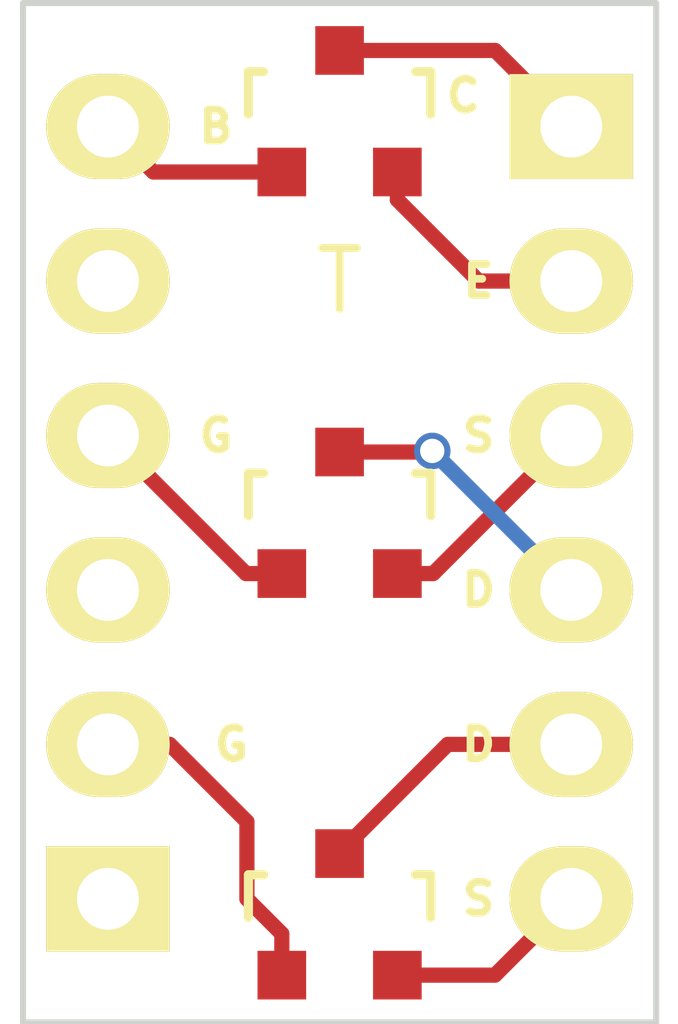
<source format=kicad_pcb>
(kicad_pcb (version 4) (host pcbnew 0.201505300414+5690~23~ubuntu14.04.1-product)

  (general
    (links 9)
    (no_connects 0)
    (area 136.474999 100.787999 146.989001 117.652001)
    (thickness 1.6)
    (drawings 14)
    (tracks 25)
    (zones 0)
    (modules 5)
    (nets 10)
  )

  (page A4)
  (layers
    (0 F.Cu signal)
    (31 B.Cu signal)
    (32 B.Adhes user)
    (33 F.Adhes user)
    (34 B.Paste user)
    (35 F.Paste user)
    (36 B.SilkS user)
    (37 F.SilkS user)
    (38 B.Mask user)
    (39 F.Mask user)
    (40 Dwgs.User user)
    (41 Cmts.User user)
    (42 Eco1.User user)
    (43 Eco2.User user)
    (44 Edge.Cuts user)
    (45 Margin user)
    (46 B.CrtYd user)
    (47 F.CrtYd user)
    (48 B.Fab user)
    (49 F.Fab user)
  )

  (setup
    (last_trace_width 0.25)
    (trace_clearance 0.2)
    (zone_clearance 0.508)
    (zone_45_only no)
    (trace_min 0.2)
    (segment_width 0.2)
    (edge_width 0.1)
    (via_size 0.6)
    (via_drill 0.4)
    (via_min_size 0.4)
    (via_min_drill 0.3)
    (uvia_size 0.3)
    (uvia_drill 0.1)
    (uvias_allowed no)
    (uvia_min_size 0.2)
    (uvia_min_drill 0.1)
    (pcb_text_width 0.3)
    (pcb_text_size 1.5 1.5)
    (mod_edge_width 0.15)
    (mod_text_size 1 1)
    (mod_text_width 0.15)
    (pad_size 1.5 1.5)
    (pad_drill 0.6)
    (pad_to_mask_clearance 0)
    (aux_axis_origin 0 0)
    (visible_elements FFFFFF7F)
    (pcbplotparams
      (layerselection 0x010f0_80000001)
      (usegerberextensions false)
      (excludeedgelayer true)
      (linewidth 0.100000)
      (plotframeref false)
      (viasonmask false)
      (mode 1)
      (useauxorigin false)
      (hpglpennumber 1)
      (hpglpenspeed 20)
      (hpglpendiameter 15)
      (hpglpenoverlay 2)
      (psnegative false)
      (psa4output false)
      (plotreference true)
      (plotvalue true)
      (plotinvisibletext false)
      (padsonsilk false)
      (subtractmaskfromsilk false)
      (outputformat 1)
      (mirror false)
      (drillshape 0)
      (scaleselection 1)
      (outputdirectory gerber/))
  )

  (net 0 "")
  (net 1 "Net-(P1-Pad2)")
  (net 2 "Net-(P2-Pad1)")
  (net 3 "Net-(P2-Pad2)")
  (net 4 "Net-(P1-Pad4)")
  (net 5 "Net-(P1-Pad6)")
  (net 6 "Net-(P2-Pad3)")
  (net 7 "Net-(P2-Pad4)")
  (net 8 "Net-(P2-Pad5)")
  (net 9 "Net-(P2-Pad6)")

  (net_class Default "This is the default net class."
    (clearance 0.2)
    (trace_width 0.25)
    (via_dia 0.6)
    (via_drill 0.4)
    (uvia_dia 0.3)
    (uvia_drill 0.1)
    (add_net "Net-(P1-Pad2)")
    (add_net "Net-(P1-Pad4)")
    (add_net "Net-(P1-Pad6)")
    (add_net "Net-(P2-Pad1)")
    (add_net "Net-(P2-Pad2)")
    (add_net "Net-(P2-Pad3)")
    (add_net "Net-(P2-Pad4)")
    (add_net "Net-(P2-Pad5)")
    (add_net "Net-(P2-Pad6)")
  )

  (module Housings_SOT-23_SOT-143_TSOT-6:SOT-23 (layer F.Cu) (tedit 558B512D) (tstamp 558B4F2A)
    (at 141.732 102.616)
    (descr "SOT-23, Standard")
    (tags SOT-23)
    (path /558F87DC)
    (attr smd)
    (fp_text reference Q1 (at 0 -2.25) (layer F.SilkS) hide
      (effects (font (size 1 1) (thickness 0.15)))
    )
    (fp_text value Q_NPN_BEC (at 0 2.3) (layer F.Fab) hide
      (effects (font (size 1 1) (thickness 0.15)))
    )
    (fp_line (start -1.65 -1.6) (end 1.65 -1.6) (layer F.CrtYd) (width 0.05))
    (fp_line (start 1.65 -1.6) (end 1.65 1.6) (layer F.CrtYd) (width 0.05))
    (fp_line (start 1.65 1.6) (end -1.65 1.6) (layer F.CrtYd) (width 0.05))
    (fp_line (start -1.65 1.6) (end -1.65 -1.6) (layer F.CrtYd) (width 0.05))
    (fp_line (start 1.29916 -0.65024) (end 1.2509 -0.65024) (layer F.SilkS) (width 0.15))
    (fp_line (start -1.49982 0.0508) (end -1.49982 -0.65024) (layer F.SilkS) (width 0.15))
    (fp_line (start -1.49982 -0.65024) (end -1.2509 -0.65024) (layer F.SilkS) (width 0.15))
    (fp_line (start 1.29916 -0.65024) (end 1.49982 -0.65024) (layer F.SilkS) (width 0.15))
    (fp_line (start 1.49982 -0.65024) (end 1.49982 0.0508) (layer F.SilkS) (width 0.15))
    (pad 1 smd rect (at -0.95 1.00076) (size 0.8001 0.8001) (layers F.Cu F.Paste F.Mask)
      (net 5 "Net-(P1-Pad6)"))
    (pad 2 smd rect (at 0.95 1.00076) (size 0.8001 0.8001) (layers F.Cu F.Paste F.Mask)
      (net 3 "Net-(P2-Pad2)"))
    (pad 3 smd rect (at 0 -0.99822) (size 0.8001 0.8001) (layers F.Cu F.Paste F.Mask)
      (net 2 "Net-(P2-Pad1)"))
    (model Housings_SOT-23_SOT-143_TSOT-6.3dshapes/SOT-23.wrl
      (at (xyz 0 0 0))
      (scale (xyz 1 1 1))
      (rotate (xyz 0 0 0))
    )
  )

  (module Housings_SOT-23_SOT-143_TSOT-6:SOT-23 (layer F.Cu) (tedit 558F8A5A) (tstamp 558F89B0)
    (at 141.732 109.22)
    (descr "SOT-23, Standard")
    (tags SOT-23)
    (path /558F87A1)
    (attr smd)
    (fp_text reference Q2 (at 0 -2.25) (layer F.SilkS) hide
      (effects (font (size 1 1) (thickness 0.15)))
    )
    (fp_text value P (at 0 2.3) (layer F.Fab)
      (effects (font (size 1 1) (thickness 0.15)))
    )
    (fp_line (start -1.65 -1.6) (end 1.65 -1.6) (layer F.CrtYd) (width 0.05))
    (fp_line (start 1.65 -1.6) (end 1.65 1.6) (layer F.CrtYd) (width 0.05))
    (fp_line (start 1.65 1.6) (end -1.65 1.6) (layer F.CrtYd) (width 0.05))
    (fp_line (start -1.65 1.6) (end -1.65 -1.6) (layer F.CrtYd) (width 0.05))
    (fp_line (start 1.29916 -0.65024) (end 1.2509 -0.65024) (layer F.SilkS) (width 0.15))
    (fp_line (start -1.49982 0.0508) (end -1.49982 -0.65024) (layer F.SilkS) (width 0.15))
    (fp_line (start -1.49982 -0.65024) (end -1.2509 -0.65024) (layer F.SilkS) (width 0.15))
    (fp_line (start 1.29916 -0.65024) (end 1.49982 -0.65024) (layer F.SilkS) (width 0.15))
    (fp_line (start 1.49982 -0.65024) (end 1.49982 0.0508) (layer F.SilkS) (width 0.15))
    (pad 1 smd rect (at -0.95 1.00076) (size 0.8001 0.8001) (layers F.Cu F.Paste F.Mask)
      (net 4 "Net-(P1-Pad4)"))
    (pad 2 smd rect (at 0.95 1.00076) (size 0.8001 0.8001) (layers F.Cu F.Paste F.Mask)
      (net 6 "Net-(P2-Pad3)"))
    (pad 3 smd rect (at 0 -0.99822) (size 0.8001 0.8001) (layers F.Cu F.Paste F.Mask)
      (net 7 "Net-(P2-Pad4)"))
    (model Housings_SOT-23_SOT-143_TSOT-6.3dshapes/SOT-23.wrl
      (at (xyz 0 0 0))
      (scale (xyz 1 1 1))
      (rotate (xyz 0 0 0))
    )
  )

  (module Housings_SOT-23_SOT-143_TSOT-6:SOT-23 (layer F.Cu) (tedit 558F8A4F) (tstamp 558F89C0)
    (at 141.732 115.824)
    (descr "SOT-23, Standard")
    (tags SOT-23)
    (path /558F876E)
    (attr smd)
    (fp_text reference Q3 (at 0 -2.25) (layer F.SilkS) hide
      (effects (font (size 1 1) (thickness 0.15)))
    )
    (fp_text value N (at 0 -2.286) (layer F.Fab)
      (effects (font (size 1 1) (thickness 0.15)))
    )
    (fp_line (start -1.65 -1.6) (end 1.65 -1.6) (layer F.CrtYd) (width 0.05))
    (fp_line (start 1.65 -1.6) (end 1.65 1.6) (layer F.CrtYd) (width 0.05))
    (fp_line (start 1.65 1.6) (end -1.65 1.6) (layer F.CrtYd) (width 0.05))
    (fp_line (start -1.65 1.6) (end -1.65 -1.6) (layer F.CrtYd) (width 0.05))
    (fp_line (start 1.29916 -0.65024) (end 1.2509 -0.65024) (layer F.SilkS) (width 0.15))
    (fp_line (start -1.49982 0.0508) (end -1.49982 -0.65024) (layer F.SilkS) (width 0.15))
    (fp_line (start -1.49982 -0.65024) (end -1.2509 -0.65024) (layer F.SilkS) (width 0.15))
    (fp_line (start 1.29916 -0.65024) (end 1.49982 -0.65024) (layer F.SilkS) (width 0.15))
    (fp_line (start 1.49982 -0.65024) (end 1.49982 0.0508) (layer F.SilkS) (width 0.15))
    (pad 1 smd rect (at -0.95 1.00076) (size 0.8001 0.8001) (layers F.Cu F.Paste F.Mask)
      (net 1 "Net-(P1-Pad2)"))
    (pad 2 smd rect (at 0.95 1.00076) (size 0.8001 0.8001) (layers F.Cu F.Paste F.Mask)
      (net 9 "Net-(P2-Pad6)"))
    (pad 3 smd rect (at 0 -0.99822) (size 0.8001 0.8001) (layers F.Cu F.Paste F.Mask)
      (net 8 "Net-(P2-Pad5)"))
    (model Housings_SOT-23_SOT-143_TSOT-6.3dshapes/SOT-23.wrl
      (at (xyz 0 0 0))
      (scale (xyz 1 1 1))
      (rotate (xyz 0 0 0))
    )
  )

  (module esc:Pin_Header_Straight_1x06_no_outline (layer F.Cu) (tedit 558F8BCE) (tstamp 558F8979)
    (at 137.922 115.57 180)
    (descr "Through hole pin header")
    (tags "pin header")
    (path /558F8843)
    (fp_text reference P1 (at 0 -5.1 180) (layer F.SilkS) hide
      (effects (font (size 1 1) (thickness 0.15)))
    )
    (fp_text value CONN_01X06 (at 0 -3.1 180) (layer F.Fab) hide
      (effects (font (size 1 1) (thickness 0.15)))
    )
    (fp_line (start -1.75 -1.75) (end -1.75 14.45) (layer F.CrtYd) (width 0.05))
    (fp_line (start 1.75 -1.75) (end 1.75 14.45) (layer F.CrtYd) (width 0.05))
    (fp_line (start -1.75 -1.75) (end 1.75 -1.75) (layer F.CrtYd) (width 0.05))
    (fp_line (start -1.75 14.45) (end 1.75 14.45) (layer F.CrtYd) (width 0.05))
    (pad 1 thru_hole rect (at 0 0 180) (size 2.032 1.7272) (drill 1.016) (layers *.Cu *.Mask F.SilkS))
    (pad 2 thru_hole oval (at 0 2.54 180) (size 2.032 1.7272) (drill 1.016) (layers *.Cu *.Mask F.SilkS)
      (net 1 "Net-(P1-Pad2)"))
    (pad 3 thru_hole oval (at 0 5.08 180) (size 2.032 1.7272) (drill 1.016) (layers *.Cu *.Mask F.SilkS))
    (pad 4 thru_hole oval (at 0 7.62 180) (size 2.032 1.7272) (drill 1.016) (layers *.Cu *.Mask F.SilkS)
      (net 4 "Net-(P1-Pad4)"))
    (pad 5 thru_hole oval (at 0 10.16 180) (size 2.032 1.7272) (drill 1.016) (layers *.Cu *.Mask F.SilkS))
    (pad 6 thru_hole oval (at 0 12.7 180) (size 2.032 1.7272) (drill 1.016) (layers *.Cu *.Mask F.SilkS)
      (net 5 "Net-(P1-Pad6)"))
    (model Pin_Headers.3dshapes/Pin_Header_Straight_1x06.wrl
      (at (xyz 0 -0.25 0))
      (scale (xyz 1 1 1))
      (rotate (xyz 0 0 90))
    )
  )

  (module esc:Pin_Header_Straight_1x06_no_outline (layer F.Cu) (tedit 558F8BCE) (tstamp 558F898D)
    (at 145.542 102.87)
    (descr "Through hole pin header")
    (tags "pin header")
    (path /558F881E)
    (fp_text reference P2 (at 0 -5.1) (layer F.SilkS) hide
      (effects (font (size 1 1) (thickness 0.15)))
    )
    (fp_text value CONN_01X06 (at 0 -3.1) (layer F.Fab) hide
      (effects (font (size 1 1) (thickness 0.15)))
    )
    (fp_line (start -1.75 -1.75) (end -1.75 14.45) (layer F.CrtYd) (width 0.05))
    (fp_line (start 1.75 -1.75) (end 1.75 14.45) (layer F.CrtYd) (width 0.05))
    (fp_line (start -1.75 -1.75) (end 1.75 -1.75) (layer F.CrtYd) (width 0.05))
    (fp_line (start -1.75 14.45) (end 1.75 14.45) (layer F.CrtYd) (width 0.05))
    (pad 1 thru_hole rect (at 0 0) (size 2.032 1.7272) (drill 1.016) (layers *.Cu *.Mask F.SilkS)
      (net 2 "Net-(P2-Pad1)"))
    (pad 2 thru_hole oval (at 0 2.54) (size 2.032 1.7272) (drill 1.016) (layers *.Cu *.Mask F.SilkS)
      (net 3 "Net-(P2-Pad2)"))
    (pad 3 thru_hole oval (at 0 5.08) (size 2.032 1.7272) (drill 1.016) (layers *.Cu *.Mask F.SilkS)
      (net 6 "Net-(P2-Pad3)"))
    (pad 4 thru_hole oval (at 0 7.62) (size 2.032 1.7272) (drill 1.016) (layers *.Cu *.Mask F.SilkS)
      (net 7 "Net-(P2-Pad4)"))
    (pad 5 thru_hole oval (at 0 10.16) (size 2.032 1.7272) (drill 1.016) (layers *.Cu *.Mask F.SilkS)
      (net 8 "Net-(P2-Pad5)"))
    (pad 6 thru_hole oval (at 0 12.7) (size 2.032 1.7272) (drill 1.016) (layers *.Cu *.Mask F.SilkS)
      (net 9 "Net-(P2-Pad6)"))
    (model Pin_Headers.3dshapes/Pin_Header_Straight_1x06.wrl
      (at (xyz 0 -0.25 0))
      (scale (xyz 1 1 1))
      (rotate (xyz 0 0 90))
    )
  )

  (gr_line (start 136.525 117.602) (end 136.525 100.838) (angle 90) (layer Edge.Cuts) (width 0.1))
  (gr_line (start 146.939 117.602) (end 136.525 117.602) (angle 90) (layer Edge.Cuts) (width 0.1))
  (gr_line (start 146.939 100.838) (end 146.939 117.602) (angle 90) (layer Edge.Cuts) (width 0.1))
  (gr_line (start 136.525 100.838) (end 146.939 100.838) (angle 90) (layer Edge.Cuts) (width 0.1))
  (gr_text B (at 139.7 102.87) (layer F.SilkS)
    (effects (font (size 0.508 0.508) (thickness 0.127)))
  )
  (gr_text E (at 144.018 105.41) (layer F.SilkS)
    (effects (font (size 0.508 0.508) (thickness 0.127)))
  )
  (gr_text C (at 143.764 102.362) (layer F.SilkS)
    (effects (font (size 0.508 0.508) (thickness 0.127)))
  )
  (gr_text D (at 144.018 113.03) (layer F.SilkS)
    (effects (font (size 0.508 0.508) (thickness 0.127)))
  )
  (gr_text D (at 144.018 110.49) (layer F.SilkS)
    (effects (font (size 0.508 0.508) (thickness 0.127)))
  )
  (gr_text S (at 144.018 107.95) (layer F.SilkS)
    (effects (font (size 0.508 0.508) (thickness 0.127)))
  )
  (gr_text S (at 144.018 115.57) (layer F.SilkS)
    (effects (font (size 0.508 0.508) (thickness 0.127)))
  )
  (gr_text G (at 139.7 107.95) (layer F.SilkS)
    (effects (font (size 0.508 0.508) (thickness 0.127)))
  )
  (gr_text G (at 139.954 113.03) (layer F.SilkS)
    (effects (font (size 0.508 0.508) (thickness 0.127)))
  )
  (gr_text T (at 141.732 105.41) (layer F.SilkS)
    (effects (font (size 1 1) (thickness 0.127)) (justify mirror))
  )

  (segment (start 140.782 116.82476) (end 140.782 116.144) (width 0.25) (layer F.Cu) (net 1))
  (segment (start 140.208 114.3) (end 138.938 113.03) (width 0.25) (layer F.Cu) (net 1) (tstamp 558F8C3D))
  (segment (start 140.208 115.57) (end 140.208 114.3) (width 0.25) (layer F.Cu) (net 1) (tstamp 558F8C3C))
  (segment (start 140.782 116.144) (end 140.208 115.57) (width 0.25) (layer F.Cu) (net 1) (tstamp 558F8C3B))
  (segment (start 138.938 113.03) (end 137.922 113.03) (width 0.25) (layer F.Cu) (net 1) (tstamp 558F8C3E))
  (segment (start 141.732 101.61778) (end 144.28978 101.61778) (width 0.25) (layer F.Cu) (net 2))
  (segment (start 144.28978 101.61778) (end 145.542 102.87) (width 0.25) (layer F.Cu) (net 2) (tstamp 558F8C1B))
  (segment (start 142.682 103.61676) (end 142.682 104.074) (width 0.25) (layer F.Cu) (net 3))
  (segment (start 144.018 105.41) (end 145.542 105.41) (width 0.25) (layer F.Cu) (net 3) (tstamp 558F8C20))
  (segment (start 142.682 104.074) (end 144.018 105.41) (width 0.25) (layer F.Cu) (net 3) (tstamp 558F8C1F))
  (segment (start 140.782 110.22076) (end 140.19276 110.22076) (width 0.25) (layer F.Cu) (net 4))
  (segment (start 140.19276 110.22076) (end 137.922 107.95) (width 0.25) (layer F.Cu) (net 4) (tstamp 558F8C27))
  (segment (start 140.782 103.61676) (end 138.66876 103.61676) (width 0.25) (layer F.Cu) (net 5))
  (segment (start 138.66876 103.61676) (end 137.922 102.87) (width 0.25) (layer F.Cu) (net 5) (tstamp 558F8C24))
  (segment (start 142.682 110.22076) (end 143.27124 110.22076) (width 0.25) (layer F.Cu) (net 6))
  (segment (start 143.27124 110.22076) (end 145.542 107.95) (width 0.25) (layer F.Cu) (net 6) (tstamp 558F8C2F))
  (segment (start 141.732 108.22178) (end 143.23822 108.22178) (width 0.25) (layer F.Cu) (net 7))
  (segment (start 143.256 108.204) (end 145.542 110.49) (width 0.25) (layer B.Cu) (net 7) (tstamp 558F8C2C))
  (via (at 143.256 108.204) (size 0.6) (layers F.Cu B.Cu) (net 7))
  (segment (start 143.23822 108.22178) (end 143.256 108.204) (width 0.25) (layer F.Cu) (net 7) (tstamp 558F8C2A))
  (segment (start 141.732 114.82578) (end 141.732 114.808) (width 0.25) (layer F.Cu) (net 8))
  (segment (start 141.732 114.808) (end 143.51 113.03) (width 0.25) (layer F.Cu) (net 8) (tstamp 558F8C32))
  (segment (start 143.51 113.03) (end 145.542 113.03) (width 0.25) (layer F.Cu) (net 8) (tstamp 558F8C33))
  (segment (start 142.682 116.82476) (end 144.28724 116.82476) (width 0.25) (layer F.Cu) (net 9))
  (segment (start 144.28724 116.82476) (end 145.542 115.57) (width 0.25) (layer F.Cu) (net 9) (tstamp 558F8C37))

)

</source>
